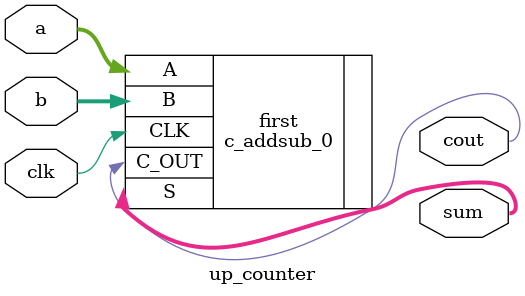
<source format=v>
`timescale 1ns / 1ps


module up_counter(input [3:0]a,b, input clk,  output cout,output [3:0]sum);

c_addsub_0 first (
  .A(a),          // input wire [3 : 0] A
  .B(b),          // input wire [3 : 0] B
  .CLK(clk),      // input wire CLK
  .C_OUT(cout),  // output wire C_OUT
  .S(sum)          // output wire [3 : 0] S
);

endmodule
</source>
